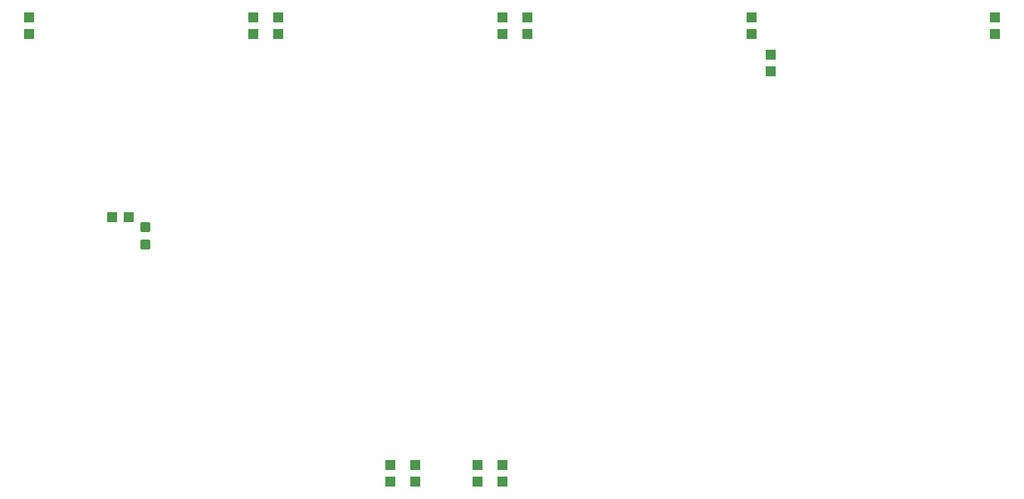
<source format=gtp>
G75*
%MOIN*%
%OFA0B0*%
%FSLAX25Y25*%
%IPPOS*%
%LPD*%
%AMOC8*
5,1,8,0,0,1.08239X$1,22.5*
%
%ADD10C,0.01181*%
%ADD11R,0.03937X0.04331*%
%ADD12R,0.04331X0.03937*%
D10*
X0052722Y0123269D02*
X0055478Y0123269D01*
X0052722Y0123269D02*
X0052722Y0126025D01*
X0055478Y0126025D01*
X0055478Y0123269D01*
X0055478Y0124449D02*
X0052722Y0124449D01*
X0052722Y0125629D02*
X0055478Y0125629D01*
X0055478Y0130175D02*
X0052722Y0130175D01*
X0052722Y0132931D01*
X0055478Y0132931D01*
X0055478Y0130175D01*
X0055478Y0131355D02*
X0052722Y0131355D01*
X0052722Y0132535D02*
X0055478Y0132535D01*
D11*
X0097600Y0209254D03*
X0097600Y0215946D03*
X0107600Y0215946D03*
X0107600Y0209254D03*
X0197600Y0209254D03*
X0197600Y0215946D03*
X0207600Y0215946D03*
X0207600Y0209254D03*
X0297600Y0209254D03*
X0297600Y0215946D03*
X0305100Y0200946D03*
X0305100Y0194254D03*
X0395100Y0209254D03*
X0395100Y0215946D03*
X0197600Y0035946D03*
X0197600Y0029254D03*
X0187600Y0029254D03*
X0187600Y0035946D03*
X0162600Y0035946D03*
X0162600Y0029254D03*
X0152600Y0029254D03*
X0152600Y0035946D03*
X0007600Y0209254D03*
X0007600Y0215946D03*
D12*
X0040754Y0135600D03*
X0047446Y0135600D03*
M02*

</source>
